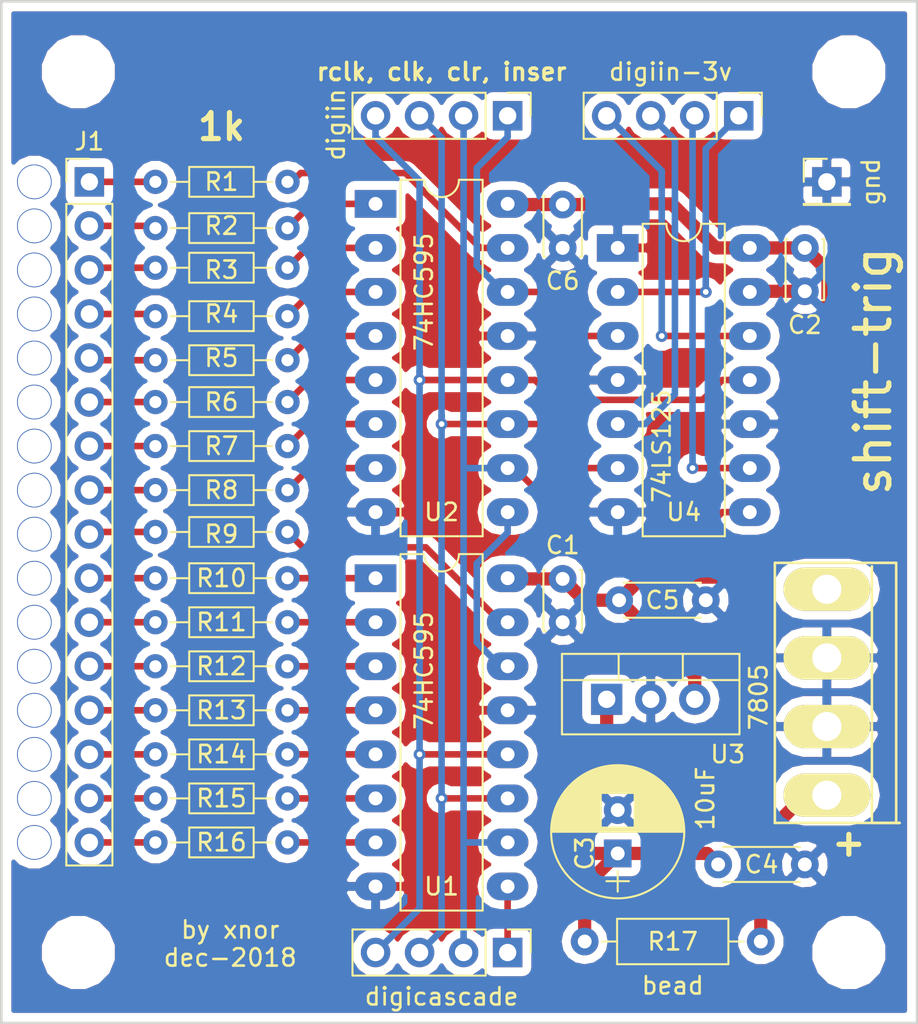
<source format=kicad_pcb>
(kicad_pcb (version 4) (host pcbnew 4.0.7-e2-6376~60~ubuntu17.10.1)
  (layers (0 F.Cu signal) (31 B.Cu signal) (34 B.Paste user) (35 F.Paste user) (36 B.SilkS user) (37 F.SilkS user) (38 B.Mask user) (39 F.Mask user) (44 Edge.Cuts user))
  (net 0 "")
  (net 1 GND)
  (net 2 5v)
  (net 3 "Net-(C3-Pad1)")
  (net 4 "Net-(J1-Pad1)")
  (net 5 "Net-(J1-Pad2)")
  (net 6 "Net-(J1-Pad3)")
  (net 7 "Net-(J1-Pad4)")
  (net 8 "Net-(J1-Pad5)")
  (net 9 "Net-(J1-Pad6)")
  (net 10 "Net-(J1-Pad7)")
  (net 11 "Net-(J1-Pad8)")
  (net 12 "Net-(J1-Pad9)")
  (net 13 "Net-(J1-Pad10)")
  (net 14 "Net-(J1-Pad11)")
  (net 15 "Net-(J1-Pad12)")
  (net 16 "Net-(J1-Pad13)")
  (net 17 "Net-(J1-Pad14)")
  (net 18 "Net-(J1-Pad15)")
  (net 19 "Net-(J1-Pad16)")
  (net 20 INSER)
  (net 21 CLK)
  (net 22 CLR)
  (net 23 RCLK)
  (net 24 OUTSER)
  (net 25 "Net-(P3-Pad1)")
  (net 26 "Net-(P3-Pad4)")
  (net 27 INSER-3v)
  (net 28 CLK-3v)
  (net 29 CLR-3v)
  (net 30 RCLK-3v)
  (net 31 trig0)
  (net 32 trig1)
  (net 33 trig2)
  (net 34 trig3)
  (net 35 trig4)
  (net 36 trig5)
  (net 37 trig6)
  (net 38 trig7)
  (net 39 trig8)
  (net 40 trig9)
  (net 41 trig10)
  (net 42 trig11)
  (net 43 trig12)
  (net 44 trig13)
  (net 45 trig14)
  (net 46 trig15)
  (net 47 "Net-(U1-Pad14)")
  (module Pin_Headers:Pin_Header_Straight_1x04_Pitch2.54mm (layer F.Cu) (at 92.71 127 270)
    (fp_text reference P2 hide)
    (fp_text value digicascade (at 2.54 3.81 360) (layer F.SilkS))
    (pad 1 thru_hole rect (at 0 0 270) (size 1.7 1.7) (drill 1) (layers *.Cu *.Mask) (net 24 OUTSER))
    (pad 2 thru_hole oval (at 0 2.54 270) (size 1.7 1.7) (drill 1) (layers *.Cu *.Mask) (net 22 CLR))
    (pad 3 thru_hole oval (at 0 5.08 270) (size 1.7 1.7) (drill 1) (layers *.Cu *.Mask) (net 21 CLK))
    (pad 4 thru_hole oval (at 0 7.62 270) (size 1.7 1.7) (drill 1) (layers *.Cu *.Mask) (net 23 RCLK))
  )
  (module Capacitors_THT:CP_Radial_D7.5mm_P2.50mm (layer F.Cu) (at 99.06 121.285 90)
    (fp_text reference C3 (at 0 -1.905 90) (layer F.SilkS))
    (fp_text value 10uF (at 3.175 5.06 90) (layer F.SilkS))
    (pad 1 thru_hole rect (at 0 0 90) (size 1.6 1.6) (drill 0.8) (layers *.Cu *.Mask) (net 3 "Net-(C3-Pad1)"))
    (pad 2 thru_hole circle (at 2.5 0 90) (size 1.6 1.6) (drill 0.8) (layers *.Cu *.Mask) (net 1 GND))
  )
  (module Capacitors_THT:C_Disc_D3.4mm_W2.1mm_P2.50mm (layer F.Cu) (at 95.885 86.36 90)
    (fp_text reference C6 (at -1.905 0 180) (layer F.SilkS))
    (fp_text value 100n)
    (pad 1 thru_hole circle (at 0 0 90) (size 1.6 1.6) (drill 0.8) (layers *.Cu *.Mask) (net 1 GND))
    (pad 2 thru_hole circle (at 2.5 0 90) (size 1.6 1.6) (drill 0.8) (layers *.Cu *.Mask) (net 2 5v))
  )
  (module Pin_Headers:Pin_Header_Straight_1x16_Pitch2.54mm (layer F.Cu) (at 68.58 82.55)
    (fp_text reference J1 (at 0 -2.33) (layer F.SilkS))
    (fp_text value output)
    (pad 1 thru_hole rect (at 0 0) (size 1.7 1.7) (drill 1) (layers *.Cu *.Mask) (net 4 "Net-(J1-Pad1)"))
    (pad 2 thru_hole oval (at 0 2.54) (size 1.7 1.7) (drill 1) (layers *.Cu *.Mask) (net 5 "Net-(J1-Pad2)"))
    (pad 3 thru_hole oval (at 0 5.08) (size 1.7 1.7) (drill 1) (layers *.Cu *.Mask) (net 6 "Net-(J1-Pad3)"))
    (pad 4 thru_hole oval (at 0 7.62) (size 1.7 1.7) (drill 1) (layers *.Cu *.Mask) (net 7 "Net-(J1-Pad4)"))
    (pad 5 thru_hole oval (at 0 10.16) (size 1.7 1.7) (drill 1) (layers *.Cu *.Mask) (net 8 "Net-(J1-Pad5)"))
    (pad 6 thru_hole oval (at 0 12.7) (size 1.7 1.7) (drill 1) (layers *.Cu *.Mask) (net 9 "Net-(J1-Pad6)"))
    (pad 7 thru_hole oval (at 0 15.24) (size 1.7 1.7) (drill 1) (layers *.Cu *.Mask) (net 10 "Net-(J1-Pad7)"))
    (pad 8 thru_hole oval (at 0 17.78) (size 1.7 1.7) (drill 1) (layers *.Cu *.Mask) (net 11 "Net-(J1-Pad8)"))
    (pad 9 thru_hole oval (at 0 20.32) (size 1.7 1.7) (drill 1) (layers *.Cu *.Mask) (net 12 "Net-(J1-Pad9)"))
    (pad 10 thru_hole oval (at 0 22.86) (size 1.7 1.7) (drill 1) (layers *.Cu *.Mask) (net 13 "Net-(J1-Pad10)"))
    (pad 11 thru_hole oval (at 0 25.4) (size 1.7 1.7) (drill 1) (layers *.Cu *.Mask) (net 14 "Net-(J1-Pad11)"))
    (pad 12 thru_hole oval (at 0 27.94) (size 1.7 1.7) (drill 1) (layers *.Cu *.Mask) (net 15 "Net-(J1-Pad12)"))
    (pad 13 thru_hole oval (at 0 30.48) (size 1.7 1.7) (drill 1) (layers *.Cu *.Mask) (net 16 "Net-(J1-Pad13)"))
    (pad 14 thru_hole oval (at 0 33.02) (size 1.7 1.7) (drill 1) (layers *.Cu *.Mask) (net 17 "Net-(J1-Pad14)"))
    (pad 15 thru_hole oval (at 0 35.56) (size 1.7 1.7) (drill 1) (layers *.Cu *.Mask) (net 18 "Net-(J1-Pad15)"))
    (pad 16 thru_hole oval (at 0 38.1) (size 1.7 1.7) (drill 1) (layers *.Cu *.Mask) (net 19 "Net-(J1-Pad16)"))
  )
  (module Pin_Headers:Pin_Header_Straight_1x04_Pitch2.54mm (layer F.Cu) (at 92.71 78.74 270)
    (fp_text reference IN-5v hide)
    (fp_text value digiin (at 0.508 9.906 270) (layer F.SilkS))
    (pad 1 thru_hole rect (at 0 0 270) (size 1.7 1.7) (drill 1) (layers *.Cu *.Mask) (net 20 INSER))
    (pad 2 thru_hole oval (at 0 2.54 270) (size 1.7 1.7) (drill 1) (layers *.Cu *.Mask) (net 22 CLR))
    (pad 3 thru_hole oval (at 0 5.08 270) (size 1.7 1.7) (drill 1) (layers *.Cu *.Mask) (net 21 CLK))
    (pad 4 thru_hole oval (at 0 7.62 270) (size 1.7 1.7) (drill 1) (layers *.Cu *.Mask) (net 23 RCLK))
  )
  (module mta-156:MTA-156-4 (layer F.Cu) (at 111.125 117.925 180)
    (fp_text reference P3 hide)
    (fp_text value MTA-156-4)
    (pad 1 thru_hole oval (at 0 0 180) (size 5 2.5) (drill 1.68) (layers *.Cu *.Mask F.SilkS) (net 25 "Net-(P3-Pad1)"))
    (pad 2 thru_hole oval (at 0 3.96 180) (size 5 2.5) (drill 1.68) (layers *.Cu *.Mask F.SilkS) (net 1 GND))
    (pad 3 thru_hole oval (at 0 7.92 180) (size 5 2.5) (drill 1.68) (layers *.Cu *.Mask F.SilkS) (net 1 GND))
    (pad 4 thru_hole oval (at 0 11.88 180) (size 5 2.5) (drill 1.68) (layers *.Cu *.Mask F.SilkS) (net 26 "Net-(P3-Pad4)"))
  )
  (module Pin_Headers:Pin_Header_Straight_1x04_Pitch2.54mm (layer F.Cu) (at 106.045 78.74 270)
    (fp_text reference IN-3v hide)
    (fp_text value digiin-3v (at -2.54 3.937 360) (layer F.SilkS))
    (pad 1 thru_hole rect (at 0 0 270) (size 1.7 1.7) (drill 1) (layers *.Cu *.Mask) (net 27 INSER-3v))
    (pad 2 thru_hole oval (at 0 2.54 270) (size 1.7 1.7) (drill 1) (layers *.Cu *.Mask) (net 29 CLR-3v))
    (pad 3 thru_hole oval (at 0 5.08 270) (size 1.7 1.7) (drill 1) (layers *.Cu *.Mask) (net 28 CLK-3v))
    (pad 4 thru_hole oval (at 0 7.62 270) (size 1.7 1.7) (drill 1) (layers *.Cu *.Mask) (net 30 RCLK-3v))
  )
  (module Resistors_THT:R_Axial_DIN0204_L3.6mm_D1.6mm_P7.62mm_Horizontal (layer F.Cu) (at 72.39 82.55)
    (fp_text reference R1 (at 3.81 0) (layer F.SilkS))
    (fp_text value 1k)
    (pad 1 thru_hole circle (at 0 0) (size 1.4 1.4) (drill 0.7) (layers *.Cu *.Mask) (net 4 "Net-(J1-Pad1)"))
    (pad 2 thru_hole oval (at 7.62 0) (size 1.4 1.4) (drill 0.7) (layers *.Cu *.Mask) (net 31 trig0))
  )
  (module Resistors_THT:R_Axial_DIN0204_L3.6mm_D1.6mm_P7.62mm_Horizontal (layer F.Cu) (at 72.39 85.217)
    (fp_text reference R2 (at 3.81 -0.127) (layer F.SilkS))
    (fp_text value 1k)
    (pad 1 thru_hole circle (at 0 0) (size 1.4 1.4) (drill 0.7) (layers *.Cu *.Mask) (net 5 "Net-(J1-Pad2)"))
    (pad 2 thru_hole oval (at 7.62 0) (size 1.4 1.4) (drill 0.7) (layers *.Cu *.Mask) (net 32 trig1))
  )
  (module Resistors_THT:R_Axial_DIN0204_L3.6mm_D1.6mm_P7.62mm_Horizontal (layer F.Cu) (at 72.39 87.503)
    (fp_text reference R3 (at 3.81 0.127) (layer F.SilkS))
    (fp_text value 1k)
    (pad 1 thru_hole circle (at 0 0) (size 1.4 1.4) (drill 0.7) (layers *.Cu *.Mask) (net 6 "Net-(J1-Pad3)"))
    (pad 2 thru_hole oval (at 7.62 0) (size 1.4 1.4) (drill 0.7) (layers *.Cu *.Mask) (net 33 trig2))
  )
  (module Resistors_THT:R_Axial_DIN0204_L3.6mm_D1.6mm_P7.62mm_Horizontal (layer F.Cu) (at 72.39 90.297)
    (fp_text reference R4 (at 3.81 -0.127) (layer F.SilkS))
    (fp_text value 1k)
    (pad 1 thru_hole circle (at 0 0) (size 1.4 1.4) (drill 0.7) (layers *.Cu *.Mask) (net 7 "Net-(J1-Pad4)"))
    (pad 2 thru_hole oval (at 7.62 0) (size 1.4 1.4) (drill 0.7) (layers *.Cu *.Mask) (net 34 trig3))
  )
  (module Resistors_THT:R_Axial_DIN0204_L3.6mm_D1.6mm_P7.62mm_Horizontal (layer F.Cu) (at 72.39 92.837)
    (fp_text reference R5 (at 3.81 -0.127) (layer F.SilkS))
    (fp_text value 1k)
    (pad 1 thru_hole circle (at 0 0) (size 1.4 1.4) (drill 0.7) (layers *.Cu *.Mask) (net 8 "Net-(J1-Pad5)"))
    (pad 2 thru_hole oval (at 7.62 0) (size 1.4 1.4) (drill 0.7) (layers *.Cu *.Mask) (net 35 trig4))
  )
  (module Resistors_THT:R_Axial_DIN0204_L3.6mm_D1.6mm_P7.62mm_Horizontal (layer F.Cu) (at 72.39 95.25)
    (fp_text reference R6 (at 3.81 0) (layer F.SilkS))
    (fp_text value 1k)
    (pad 1 thru_hole circle (at 0 0) (size 1.4 1.4) (drill 0.7) (layers *.Cu *.Mask) (net 9 "Net-(J1-Pad6)"))
    (pad 2 thru_hole oval (at 7.62 0) (size 1.4 1.4) (drill 0.7) (layers *.Cu *.Mask) (net 36 trig5))
  )
  (module Resistors_THT:R_Axial_DIN0204_L3.6mm_D1.6mm_P7.62mm_Horizontal (layer F.Cu) (at 72.39 97.79)
    (fp_text reference R7 (at 3.81 0) (layer F.SilkS))
    (fp_text value 1k)
    (pad 1 thru_hole circle (at 0 0) (size 1.4 1.4) (drill 0.7) (layers *.Cu *.Mask) (net 10 "Net-(J1-Pad7)"))
    (pad 2 thru_hole oval (at 7.62 0) (size 1.4 1.4) (drill 0.7) (layers *.Cu *.Mask) (net 37 trig6))
  )
  (module Resistors_THT:R_Axial_DIN0204_L3.6mm_D1.6mm_P7.62mm_Horizontal (layer F.Cu) (at 72.39 100.33)
    (fp_text reference R8 (at 3.81 0) (layer F.SilkS))
    (fp_text value 1k)
    (pad 1 thru_hole circle (at 0 0) (size 1.4 1.4) (drill 0.7) (layers *.Cu *.Mask) (net 11 "Net-(J1-Pad8)"))
    (pad 2 thru_hole oval (at 7.62 0) (size 1.4 1.4) (drill 0.7) (layers *.Cu *.Mask) (net 38 trig7))
  )
  (module Resistors_THT:R_Axial_DIN0204_L3.6mm_D1.6mm_P7.62mm_Horizontal (layer F.Cu) (at 72.39 102.743)
    (fp_text reference R9 (at 3.81 0.127) (layer F.SilkS))
    (fp_text value 1k)
    (pad 1 thru_hole circle (at 0 0) (size 1.4 1.4) (drill 0.7) (layers *.Cu *.Mask) (net 12 "Net-(J1-Pad9)"))
    (pad 2 thru_hole oval (at 7.62 0) (size 1.4 1.4) (drill 0.7) (layers *.Cu *.Mask) (net 39 trig8))
  )
  (module Resistors_THT:R_Axial_DIN0204_L3.6mm_D1.6mm_P7.62mm_Horizontal (layer F.Cu) (at 72.39 105.41)
    (fp_text reference R10 (at 3.81 0) (layer F.SilkS))
    (fp_text value 1k)
    (pad 1 thru_hole circle (at 0 0) (size 1.4 1.4) (drill 0.7) (layers *.Cu *.Mask) (net 13 "Net-(J1-Pad10)"))
    (pad 2 thru_hole oval (at 7.62 0) (size 1.4 1.4) (drill 0.7) (layers *.Cu *.Mask) (net 40 trig9))
  )
  (module Resistors_THT:R_Axial_DIN0204_L3.6mm_D1.6mm_P7.62mm_Horizontal (layer F.Cu) (at 72.39 107.95)
    (fp_text reference R11 (at 3.81 0) (layer F.SilkS))
    (fp_text value 1k)
    (pad 1 thru_hole circle (at 0 0) (size 1.4 1.4) (drill 0.7) (layers *.Cu *.Mask) (net 14 "Net-(J1-Pad11)"))
    (pad 2 thru_hole oval (at 7.62 0) (size 1.4 1.4) (drill 0.7) (layers *.Cu *.Mask) (net 41 trig10))
  )
  (module Resistors_THT:R_Axial_DIN0204_L3.6mm_D1.6mm_P7.62mm_Horizontal (layer F.Cu) (at 72.39 110.49)
    (fp_text reference R12 (at 3.81 0) (layer F.SilkS))
    (fp_text value 1k)
    (pad 1 thru_hole circle (at 0 0) (size 1.4 1.4) (drill 0.7) (layers *.Cu *.Mask) (net 15 "Net-(J1-Pad12)"))
    (pad 2 thru_hole oval (at 7.62 0) (size 1.4 1.4) (drill 0.7) (layers *.Cu *.Mask) (net 42 trig11))
  )
  (module Resistors_THT:R_Axial_DIN0204_L3.6mm_D1.6mm_P7.62mm_Horizontal (layer F.Cu) (at 72.39 113.03)
    (fp_text reference R13 (at 3.81 0) (layer F.SilkS))
    (fp_text value 1k)
    (pad 1 thru_hole circle (at 0 0) (size 1.4 1.4) (drill 0.7) (layers *.Cu *.Mask) (net 16 "Net-(J1-Pad13)"))
    (pad 2 thru_hole oval (at 7.62 0) (size 1.4 1.4) (drill 0.7) (layers *.Cu *.Mask) (net 43 trig12))
  )
  (module Resistors_THT:R_Axial_DIN0204_L3.6mm_D1.6mm_P7.62mm_Horizontal (layer F.Cu) (at 72.39 115.57)
    (fp_text reference R14 (at 3.81 0) (layer F.SilkS))
    (fp_text value 1k)
    (pad 1 thru_hole circle (at 0 0) (size 1.4 1.4) (drill 0.7) (layers *.Cu *.Mask) (net 17 "Net-(J1-Pad14)"))
    (pad 2 thru_hole oval (at 7.62 0) (size 1.4 1.4) (drill 0.7) (layers *.Cu *.Mask) (net 44 trig13))
  )
  (module Resistors_THT:R_Axial_DIN0204_L3.6mm_D1.6mm_P7.62mm_Horizontal (layer F.Cu) (at 72.39 118.11)
    (fp_text reference R15 (at 3.81 0) (layer F.SilkS))
    (fp_text value 1k)
    (pad 1 thru_hole circle (at 0 0) (size 1.4 1.4) (drill 0.7) (layers *.Cu *.Mask) (net 18 "Net-(J1-Pad15)"))
    (pad 2 thru_hole oval (at 7.62 0) (size 1.4 1.4) (drill 0.7) (layers *.Cu *.Mask) (net 45 trig14))
  )
  (module Resistors_THT:R_Axial_DIN0204_L3.6mm_D1.6mm_P7.62mm_Horizontal (layer F.Cu) (at 72.39 120.65)
    (fp_text reference R16 (at 3.81 0) (layer F.SilkS))
    (fp_text value 1k)
    (pad 1 thru_hole circle (at 0 0) (size 1.4 1.4) (drill 0.7) (layers *.Cu *.Mask) (net 19 "Net-(J1-Pad16)"))
    (pad 2 thru_hole oval (at 7.62 0) (size 1.4 1.4) (drill 0.7) (layers *.Cu *.Mask) (net 46 trig15))
  )
  (module Resistors_THT:R_Axial_DIN0207_L6.3mm_D2.5mm_P10.16mm_Horizontal (layer F.Cu) (at 107.315 126.365 180)
    (fp_text reference R17 (at 5.08 0 180) (layer F.SilkS))
    (fp_text value bead (at 5.08 -2.54 180) (layer F.SilkS))
    (pad 1 thru_hole circle (at 0 0 180) (size 1.6 1.6) (drill 0.8) (layers *.Cu *.Mask) (net 25 "Net-(P3-Pad1)"))
    (pad 2 thru_hole oval (at 10.16 0 180) (size 1.6 1.6) (drill 0.8) (layers *.Cu *.Mask) (net 3 "Net-(C3-Pad1)"))
  )
  (module Housings_DIP:DIP-16_W7.62mm_LongPads (layer F.Cu) (at 85.09 105.41)
    (fp_text reference U1 (at 3.81 17.78) (layer F.SilkS))
    (fp_text value 74HC595 (at 2.794 5.334 90) (layer F.SilkS))
    (pad 1 thru_hole rect (at 0 0) (size 2.4 1.6) (drill 0.8) (layers *.Cu *.Mask) (net 40 trig9))
    (pad 9 thru_hole oval (at 7.62 17.78) (size 2.4 1.6) (drill 0.8) (layers *.Cu *.Mask) (net 24 OUTSER))
    (pad 2 thru_hole oval (at 0 2.54) (size 2.4 1.6) (drill 0.8) (layers *.Cu *.Mask) (net 41 trig10))
    (pad 10 thru_hole oval (at 7.62 15.24) (size 2.4 1.6) (drill 0.8) (layers *.Cu *.Mask) (net 22 CLR))
    (pad 3 thru_hole oval (at 0 5.08) (size 2.4 1.6) (drill 0.8) (layers *.Cu *.Mask) (net 42 trig11))
    (pad 11 thru_hole oval (at 7.62 12.7) (size 2.4 1.6) (drill 0.8) (layers *.Cu *.Mask) (net 21 CLK))
    (pad 4 thru_hole oval (at 0 7.62) (size 2.4 1.6) (drill 0.8) (layers *.Cu *.Mask) (net 43 trig12))
    (pad 12 thru_hole oval (at 7.62 10.16) (size 2.4 1.6) (drill 0.8) (layers *.Cu *.Mask) (net 23 RCLK))
    (pad 5 thru_hole oval (at 0 10.16) (size 2.4 1.6) (drill 0.8) (layers *.Cu *.Mask) (net 44 trig13))
    (pad 13 thru_hole oval (at 7.62 7.62) (size 2.4 1.6) (drill 0.8) (layers *.Cu *.Mask) (net 1 GND))
    (pad 6 thru_hole oval (at 0 12.7) (size 2.4 1.6) (drill 0.8) (layers *.Cu *.Mask) (net 45 trig14))
    (pad 14 thru_hole oval (at 7.62 5.08) (size 2.4 1.6) (drill 0.8) (layers *.Cu *.Mask) (net 47 "Net-(U1-Pad14)"))
    (pad 7 thru_hole oval (at 0 15.24) (size 2.4 1.6) (drill 0.8) (layers *.Cu *.Mask) (net 46 trig15))
    (pad 15 thru_hole oval (at 7.62 2.54) (size 2.4 1.6) (drill 0.8) (layers *.Cu *.Mask) (net 39 trig8))
    (pad 8 thru_hole oval (at 0 17.78) (size 2.4 1.6) (drill 0.8) (layers *.Cu *.Mask) (net 1 GND))
    (pad 16 thru_hole oval (at 7.62 0) (size 2.4 1.6) (drill 0.8) (layers *.Cu *.Mask) (net 2 5v))
  )
  (module Housings_DIP:DIP-16_W7.62mm_LongPads (layer F.Cu) (at 85.09 83.82)
    (fp_text reference U2 (at 3.81 17.78) (layer F.SilkS))
    (fp_text value 74HC595 (at 2.794 5.08 90) (layer F.SilkS))
    (pad 1 thru_hole rect (at 0 0) (size 2.4 1.6) (drill 0.8) (layers *.Cu *.Mask) (net 32 trig1))
    (pad 9 thru_hole oval (at 7.62 17.78) (size 2.4 1.6) (drill 0.8) (layers *.Cu *.Mask) (net 47 "Net-(U1-Pad14)"))
    (pad 2 thru_hole oval (at 0 2.54) (size 2.4 1.6) (drill 0.8) (layers *.Cu *.Mask) (net 33 trig2))
    (pad 10 thru_hole oval (at 7.62 15.24) (size 2.4 1.6) (drill 0.8) (layers *.Cu *.Mask) (net 22 CLR))
    (pad 3 thru_hole oval (at 0 5.08) (size 2.4 1.6) (drill 0.8) (layers *.Cu *.Mask) (net 34 trig3))
    (pad 11 thru_hole oval (at 7.62 12.7) (size 2.4 1.6) (drill 0.8) (layers *.Cu *.Mask) (net 21 CLK))
    (pad 4 thru_hole oval (at 0 7.62) (size 2.4 1.6) (drill 0.8) (layers *.Cu *.Mask) (net 35 trig4))
    (pad 12 thru_hole oval (at 7.62 10.16) (size 2.4 1.6) (drill 0.8) (layers *.Cu *.Mask) (net 23 RCLK))
    (pad 5 thru_hole oval (at 0 10.16) (size 2.4 1.6) (drill 0.8) (layers *.Cu *.Mask) (net 36 trig5))
    (pad 13 thru_hole oval (at 7.62 7.62) (size 2.4 1.6) (drill 0.8) (layers *.Cu *.Mask) (net 1 GND))
    (pad 6 thru_hole oval (at 0 12.7) (size 2.4 1.6) (drill 0.8) (layers *.Cu *.Mask) (net 37 trig6))
    (pad 14 thru_hole oval (at 7.62 5.08) (size 2.4 1.6) (drill 0.8) (layers *.Cu *.Mask) (net 20 INSER))
    (pad 7 thru_hole oval (at 0 15.24) (size 2.4 1.6) (drill 0.8) (layers *.Cu *.Mask) (net 38 trig7))
    (pad 15 thru_hole oval (at 7.62 2.54) (size 2.4 1.6) (drill 0.8) (layers *.Cu *.Mask) (net 31 trig0))
    (pad 8 thru_hole oval (at 0 17.78) (size 2.4 1.6) (drill 0.8) (layers *.Cu *.Mask) (net 1 GND))
    (pad 16 thru_hole oval (at 7.62 0) (size 2.4 1.6) (drill 0.8) (layers *.Cu *.Mask) (net 2 5v))
  )
  (module TO_SOT_Packages_THT:TO-220_Vertical (layer F.Cu) (at 98.425 112.395)
    (fp_text reference U3 (at 6.985 3.175) (layer F.SilkS))
    (fp_text value 7805 (at 8.763 -0.127 90) (layer F.SilkS))
    (pad 1 thru_hole rect (at 0 0) (size 1.8 1.8) (drill 1) (layers *.Cu *.Mask) (net 3 "Net-(C3-Pad1)"))
    (pad 2 thru_hole oval (at 2.54 0) (size 1.8 1.8) (drill 1) (layers *.Cu *.Mask) (net 1 GND))
    (pad 3 thru_hole oval (at 5.08 0) (size 1.8 1.8) (drill 1) (layers *.Cu *.Mask) (net 2 5v))
  )
  (module Housings_DIP:DIP-14_W7.62mm_LongPads (layer F.Cu) (at 99.06 86.36)
    (fp_text reference U4 (at 3.81 15.24) (layer F.SilkS))
    (fp_text value 74LS125 (at 2.54 11.43 90) (layer F.SilkS))
    (pad 1 thru_hole rect (at 0 0) (size 2.4 1.6) (drill 0.8) (layers *.Cu *.Mask) (net 1 GND))
    (pad 8 thru_hole oval (at 7.62 15.24) (size 2.4 1.6) (drill 0.8) (layers *.Cu *.Mask) (net 22 CLR))
    (pad 2 thru_hole oval (at 0 2.54) (size 2.4 1.6) (drill 0.8) (layers *.Cu *.Mask) (net 27 INSER-3v))
    (pad 9 thru_hole oval (at 7.62 12.7) (size 2.4 1.6) (drill 0.8) (layers *.Cu *.Mask) (net 29 CLR-3v))
    (pad 3 thru_hole oval (at 0 5.08) (size 2.4 1.6) (drill 0.8) (layers *.Cu *.Mask) (net 20 INSER))
    (pad 10 thru_hole oval (at 7.62 10.16) (size 2.4 1.6) (drill 0.8) (layers *.Cu *.Mask) (net 1 GND))
    (pad 4 thru_hole oval (at 0 7.62) (size 2.4 1.6) (drill 0.8) (layers *.Cu *.Mask) (net 1 GND))
    (pad 11 thru_hole oval (at 7.62 7.62) (size 2.4 1.6) (drill 0.8) (layers *.Cu *.Mask) (net 23 RCLK))
    (pad 5 thru_hole oval (at 0 10.16) (size 2.4 1.6) (drill 0.8) (layers *.Cu *.Mask) (net 28 CLK-3v))
    (pad 12 thru_hole oval (at 7.62 5.08) (size 2.4 1.6) (drill 0.8) (layers *.Cu *.Mask) (net 30 RCLK-3v))
    (pad 6 thru_hole oval (at 0 12.7) (size 2.4 1.6) (drill 0.8) (layers *.Cu *.Mask) (net 21 CLK))
    (pad 13 thru_hole oval (at 7.62 2.54) (size 2.4 1.6) (drill 0.8) (layers *.Cu *.Mask) (net 1 GND))
    (pad 7 thru_hole oval (at 0 15.24) (size 2.4 1.6) (drill 0.8) (layers *.Cu *.Mask) (net 1 GND))
    (pad 14 thru_hole oval (at 7.62 0) (size 2.4 1.6) (drill 0.8) (layers *.Cu *.Mask) (net 2 5v))
  )
  (module Pin_Headers:Pin_Header_Straight_1x01_Pitch2.54mm (layer F.Cu) (at 111.125 82.55)
    (fp_text reference GND hide)
    (fp_text value gnd (at 2.54 0 90) (layer F.SilkS))
    (pad 1 thru_hole rect (at 0 0) (size 1.7 1.7) (drill 1) (layers *.Cu *.Mask) (net 1 GND))
  )
  (module Capacitors_THT:C_Disc_D3.4mm_W2.1mm_P2.50mm (layer F.Cu) (at 95.885 107.95 90)
    (fp_text reference C1 (at 4.445 0 180) (layer F.SilkS))
    (fp_text value 100n)
    (pad 1 thru_hole circle (at 0 0 90) (size 1.6 1.6) (drill 0.8) (layers *.Cu *.Mask) (net 1 GND))
    (pad 2 thru_hole circle (at 2.5 0 90) (size 1.6 1.6) (drill 0.8) (layers *.Cu *.Mask) (net 2 5v))
  )
  (module Capacitors_THT:C_Disc_D3.4mm_W2.1mm_P2.50mm (layer F.Cu) (at 109.855 88.86 90)
    (fp_text reference C2 (at -1.945 0 180) (layer F.SilkS))
    (fp_text value 100n)
    (pad 1 thru_hole circle (at 0 0 90) (size 1.6 1.6) (drill 0.8) (layers *.Cu *.Mask) (net 1 GND))
    (pad 2 thru_hole circle (at 2.5 0 90) (size 1.6 1.6) (drill 0.8) (layers *.Cu *.Mask) (net 2 5v))
  )
  (module Capacitors_THT:C_Disc_D4.3mm_W1.9mm_P5.00mm (layer F.Cu) (at 104.855 121.92)
    (fp_text reference C4 (at 2.5 0) (layer F.SilkS))
    (fp_text value 100n)
    (pad 1 thru_hole circle (at 0 0) (size 1.6 1.6) (drill 0.8) (layers *.Cu *.Mask) (net 3 "Net-(C3-Pad1)"))
    (pad 2 thru_hole circle (at 5 0) (size 1.6 1.6) (drill 0.8) (layers *.Cu *.Mask) (net 1 GND))
  )
  (module Capacitors_THT:C_Disc_D4.3mm_W1.9mm_P5.00mm (layer F.Cu) (at 99.14 106.68)
    (fp_text reference C5 (at 2.5 0) (layer F.SilkS))
    (fp_text value 100n)
    (pad 1 thru_hole circle (at 0 0) (size 1.6 1.6) (drill 0.8) (layers *.Cu *.Mask) (net 2 5v))
    (pad 2 thru_hole circle (at 5 0) (size 1.6 1.6) (drill 0.8) (layers *.Cu *.Mask) (net 1 GND))
  )
  (module Mounting_Holes:MountingHole_3.2mm_M3 (layer F.Cu) (at 67.945 76.2)
    (fp_text reference REF1 hide)
    (fp_text value MountingHole_3.2mm_M3)
    (pad 1 np_thru_hole circle (at 0 0) (size 3.2 3.2) (drill 3.2) (layers *.Cu *.Mask))
  )
  (module Mounting_Holes:MountingHole_3.2mm_M3 (layer F.Cu) (at 112.395 76.2)
    (fp_text reference REF2 hide)
    (fp_text value MountingHole_3.2mm_M3 hide)
    (pad 1 np_thru_hole circle (at 0 0) (size 3.2 3.2) (drill 3.2) (layers *.Cu *.Mask))
  )
  (module Mounting_Holes:MountingHole_3.2mm_M3 (layer F.Cu) (at 67.945 127)
    (fp_text reference REF4 hide)
    (fp_text value MountingHole_3.2mm_M3)
    (pad 1 np_thru_hole circle (at 0 0) (size 3.2 3.2) (drill 3.2) (layers *.Cu *.Mask))
  )
  (module Mounting_Holes:MountingHole_3.2mm_M3 (layer F.Cu) (at 112.395 127)
    (fp_text reference REF3 hide)
    (fp_text value MountingHole_3.2mm_M3)
    (pad 1 np_thru_hole circle (at 0 0) (size 3.2 3.2) (drill 3.2) (layers *.Cu *.Mask))
  )
  (module xnorman:wire-strain-relief-hole (layer F.Cu) (at 65.405 82.55)
    (fp_text reference REF** hide)
    (fp_text value srh hide)
    (pad "" np_thru_hole circle (at 0 0) (size 2 2) (drill 1.9) (layers *.Cu *.Mask))
  )
  (module xnorman:wire-strain-relief-hole (layer F.Cu) (at 65.405 85.09)
    (fp_text reference REF** hide)
    (fp_text value srh hide)
    (pad "" np_thru_hole circle (at 0 0) (size 2 2) (drill 1.9) (layers *.Cu *.Mask))
  )
  (module xnorman:wire-strain-relief-hole (layer F.Cu) (at 65.405 87.63)
    (fp_text reference REF** hide)
    (fp_text value srh hide)
    (pad "" np_thru_hole circle (at 0 0) (size 2 2) (drill 1.9) (layers *.Cu *.Mask))
  )
  (module xnorman:wire-strain-relief-hole (layer F.Cu) (at 65.405 90.17)
    (fp_text reference REF** hide)
    (fp_text value srh hide)
    (pad "" np_thru_hole circle (at 0 0) (size 2 2) (drill 1.9) (layers *.Cu *.Mask))
  )
  (module xnorman:wire-strain-relief-hole (layer F.Cu) (at 65.405 92.71)
    (fp_text reference REF** hide)
    (fp_text value srh hide)
    (pad "" np_thru_hole circle (at 0 0) (size 2 2) (drill 1.9) (layers *.Cu *.Mask))
  )
  (module xnorman:wire-strain-relief-hole (layer F.Cu) (at 65.405 95.25)
    (fp_text reference REF** hide)
    (fp_text value srh hide)
    (pad "" np_thru_hole circle (at 0 0) (size 2 2) (drill 1.9) (layers *.Cu *.Mask))
  )
  (module xnorman:wire-strain-relief-hole (layer F.Cu) (at 65.405 97.79)
    (fp_text reference REF** hide)
    (fp_text value srh hide)
    (pad "" np_thru_hole circle (at 0 0) (size 2 2) (drill 1.9) (layers *.Cu *.Mask))
  )
  (module xnorman:wire-strain-relief-hole (layer F.Cu) (at 65.405 100.33)
    (fp_text reference REF** hide)
    (fp_text value srh hide)
    (pad "" np_thru_hole circle (at 0 0) (size 2 2) (drill 1.9) (layers *.Cu *.Mask))
  )
  (module xnorman:wire-strain-relief-hole (layer F.Cu) (at 65.405 102.87)
    (fp_text reference REF** hide)
    (fp_text value srh hide)
    (pad "" np_thru_hole circle (at 0 0) (size 2 2) (drill 1.9) (layers *.Cu *.Mask))
  )
  (module xnorman:wire-strain-relief-hole (layer F.Cu) (at 65.405 105.41)
    (fp_text reference REF** hide)
    (fp_text value srh hide)
    (pad "" np_thru_hole circle (at 0 0) (size 2 2) (drill 1.9) (layers *.Cu *.Mask))
  )
  (module xnorman:wire-strain-relief-hole (layer F.Cu) (at 65.405 107.95)
    (fp_text reference REF** hide)
    (fp_text value srh hide)
    (pad "" np_thru_hole circle (at 0 0) (size 2 2) (drill 1.9) (layers *.Cu *.Mask))
  )
  (module xnorman:wire-strain-relief-hole (layer F.Cu) (at 65.405 110.49)
    (fp_text reference REF** hide)
    (fp_text value srh hide)
    (pad "" np_thru_hole circle (at 0 0) (size 2 2) (drill 1.9) (layers *.Cu *.Mask))
  )
  (module xnorman:wire-strain-relief-hole (layer F.Cu) (at 65.405 113.03)
    (fp_text reference REF** hide)
    (fp_text value srh hide)
    (pad "" np_thru_hole circle (at 0 0) (size 2 2) (drill 1.9) (layers *.Cu *.Mask))
  )
  (module xnorman:wire-strain-relief-hole (layer F.Cu) (at 65.405 115.57)
    (fp_text reference REF** hide)
    (fp_text value srh hide)
    (pad "" np_thru_hole circle (at 0 0) (size 2 2) (drill 1.9) (layers *.Cu *.Mask))
  )
  (module xnorman:wire-strain-relief-hole (layer F.Cu) (at 65.405 118.11)
    (fp_text reference REF** hide)
    (fp_text value srh hide)
    (pad "" np_thru_hole circle (at 0 0) (size 2 2) (drill 1.9) (layers *.Cu *.Mask))
  )
  (module xnorman:wire-strain-relief-hole (layer F.Cu) (at 65.405 120.65)
    (fp_text reference REF** hide)
    (fp_text value srh hide)
    (pad "" np_thru_hole circle (at 0 0) (size 2 2) (drill 1.9) (layers *.Cu *.Mask))
  )
  (gr_text "by xnor\ndec-2018" (at 76.708 126.492) (layer F.SilkS) (effects (font (size 1 1))))
  (gr_text shift-trig (at 113.792 93.472 90) (layer F.SilkS) (effects (font (size 2 2) (thickness 0.3))))
  (gr_line (start 116.332 131.064) (end 63.5 131.064) (layer Edge.Cuts) (width 0.15))
  (gr_line (start 116.332 72.136) (end 116.332 131.064) (layer Edge.Cuts) (width 0.15))
  (gr_line (start 63.5 72.136) (end 116.332 72.136) (layer Edge.Cuts) (width 0.15))
  (gr_line (start 63.5 131.064) (end 63.5 72.136) (layer Edge.Cuts) (width 0.15))
  (gr_text + (at 112.395 120.65) (layer F.SilkS) (effects (font (size 1.5 1.5) (thickness 0.3))))
  (gr_text "rclk, clk, clr, inser" (at 88.9 76.2) (layer F.SilkS) (effects (font (size 1 1) (thickness 0.2))))
  (gr_text 1k (at 76.2 79.375) (layer F.SilkS) (effects (font (size 1.5 1.5) (thickness 0.3))))
  (segment (start 109.855 88.86) (end 106.72 88.86) (width 0.762) (layer F.Cu) (net 1))
  (segment (start 106.72 88.86) (end 106.68 88.9) (width 0.762) (layer F.Cu) (net 1))
  (segment (start 111.188401 100.901599) (end 106.743401 105.346599) (width 0.762) (layer F.Cu) (net 2))
  (segment (start 100.473401 105.346599) (end 99.939999 105.880001) (width 0.762) (layer F.Cu) (net 2))
  (segment (start 106.743401 105.346599) (end 100.473401 105.346599) (width 0.762) (layer F.Cu) (net 2))
  (segment (start 99.939999 105.880001) (end 99.14 106.68) (width 0.762) (layer F.Cu) (net 2))
  (segment (start 109.855 86.36) (end 111.188401 87.693401) (width 0.762) (layer F.Cu) (net 2))
  (segment (start 111.188401 87.693401) (end 111.188401 100.901599) (width 0.762) (layer F.Cu) (net 2))
  (segment (start 97.05637 83.82) (end 102.178 83.82) (width 0.762) (layer F.Cu) (net 2))
  (segment (start 102.178 83.82) (end 104.718 86.36) (width 0.762) (layer F.Cu) (net 2))
  (segment (start 104.718 86.36) (end 106.68 86.36) (width 0.762) (layer F.Cu) (net 2))
  (segment (start 95.885 83.86) (end 97.01637 83.86) (width 0.762) (layer F.Cu) (net 2))
  (segment (start 97.01637 83.86) (end 97.05637 83.82) (width 0.762) (layer F.Cu) (net 2))
  (segment (start 109.855 86.36) (end 106.68 86.36) (width 0.762) (layer F.Cu) (net 2))
  (segment (start 95.885 83.86) (end 92.75 83.86) (width 0.762) (layer F.Cu) (net 2))
  (segment (start 92.75 83.86) (end 92.71 83.82) (width 0.762) (layer F.Cu) (net 2))
  (segment (start 95.885 105.45) (end 92.75 105.45) (width 0.762) (layer F.Cu) (net 2))
  (segment (start 92.75 105.45) (end 92.71 105.41) (width 0.762) (layer F.Cu) (net 2))
  (segment (start 99.14 106.68) (end 97.115 106.68) (width 0.762) (layer F.Cu) (net 2))
  (segment (start 97.115 106.68) (end 95.885 105.45) (width 0.762) (layer F.Cu) (net 2))
  (segment (start 103.505 112.395) (end 103.505 111.045) (width 0.762) (layer F.Cu) (net 2))
  (segment (start 103.505 111.045) (end 99.14 106.68) (width 0.762) (layer F.Cu) (net 2))
  (segment (start 96.52 120.307) (end 96.52 115.962) (width 0.762) (layer F.Cu) (net 3))
  (segment (start 96.52 115.962) (end 98.425 114.057) (width 0.762) (layer F.Cu) (net 3))
  (segment (start 98.425 114.057) (end 98.425 112.395) (width 0.762) (layer F.Cu) (net 3))
  (segment (start 99.06 121.285) (end 97.498 121.285) (width 0.762) (layer F.Cu) (net 3))
  (segment (start 97.498 121.285) (end 96.52 120.307) (width 0.762) (layer F.Cu) (net 3))
  (segment (start 99.06 121.285) (end 104.22 121.285) (width 0.762) (layer F.Cu) (net 3))
  (segment (start 104.22 121.285) (end 104.855 121.92) (width 0.762) (layer F.Cu) (net 3))
  (segment (start 97.155 126.365) (end 97.155 123.19) (width 0.762) (layer F.Cu) (net 3))
  (segment (start 97.155 123.19) (end 99.06 121.285) (width 0.762) (layer F.Cu) (net 3))
  (segment (start 72.39 82.55) (end 68.58 82.55) (width 0.381) (layer F.Cu) (net 4))
  (segment (start 68.58 85.09) (end 72.263 85.09) (width 0.381) (layer F.Cu) (net 5))
  (segment (start 72.263 85.09) (end 72.39 85.217) (width 0.381) (layer F.Cu) (net 5))
  (segment (start 72.39 87.503) (end 68.707 87.503) (width 0.381) (layer F.Cu) (net 6))
  (segment (start 68.707 87.503) (end 68.58 87.63) (width 0.381) (layer F.Cu) (net 6))
  (segment (start 68.58 90.17) (end 72.263 90.17) (width 0.381) (layer F.Cu) (net 7))
  (segment (start 72.263 90.17) (end 72.39 90.297) (width 0.381) (layer F.Cu) (net 7))
  (segment (start 72.39 92.837) (end 68.707 92.837) (width 0.381) (layer F.Cu) (net 8))
  (segment (start 68.707 92.837) (end 68.58 92.71) (width 0.381) (layer F.Cu) (net 8))
  (segment (start 68.58 95.25) (end 72.39 95.25) (width 0.381) (layer F.Cu) (net 9))
  (segment (start 72.39 97.79) (end 68.58 97.79) (width 0.381) (layer F.Cu) (net 10))
  (segment (start 72.39 100.33) (end 68.58 100.33) (width 0.381) (layer F.Cu) (net 11))
  (segment (start 72.39 102.743) (end 68.707 102.743) (width 0.381) (layer F.Cu) (net 12))
  (segment (start 68.707 102.743) (end 68.58 102.87) (width 0.381) (layer F.Cu) (net 12))
  (segment (start 68.58 105.41) (end 72.39 105.41) (width 0.381) (layer F.Cu) (net 13))
  (segment (start 72.39 107.95) (end 68.58 107.95) (width 0.381) (layer F.Cu) (net 14))
  (segment (start 68.58 110.49) (end 72.39 110.49) (width 0.381) (layer F.Cu) (net 15))
  (segment (start 72.39 113.03) (end 68.58 113.03) (width 0.381) (layer F.Cu) (net 16))
  (segment (start 68.58 115.57) (end 72.39 115.57) (width 0.381) (layer F.Cu) (net 17))
  (segment (start 72.39 118.11) (end 68.58 118.11) (width 0.381) (layer F.Cu) (net 18))
  (segment (start 68.58 120.65) (end 72.39 120.65) (width 0.381) (layer F.Cu) (net 19))
  (segment (start 92.71 88.9) (end 94.742 88.9) (width 0.381) (layer F.Cu) (net 20))
  (segment (start 94.742 88.9) (end 97.282 91.44) (width 0.381) (layer F.Cu) (net 20))
  (segment (start 97.282 91.44) (end 99.06 91.44) (width 0.381) (layer F.Cu) (net 20))
  (segment (start 92.71 88.9) (end 92.456 88.9) (width 0.381) (layer B.Cu) (net 20))
  (segment (start 92.456 88.9) (end 90.932 87.376) (width 0.381) (layer B.Cu) (net 20))
  (segment (start 90.932 87.376) (end 90.932 81.749) (width 0.381) (layer B.Cu) (net 20))
  (segment (start 90.932 81.749) (end 92.71 79.971) (width 0.381) (layer B.Cu) (net 20))
  (segment (start 92.71 79.971) (end 92.71 78.74) (width 0.381) (layer B.Cu) (net 20))
  (segment (start 88.9 96.012) (end 88.9 118.872) (width 0.381) (layer B.Cu) (net 21))
  (segment (start 88.9 118.872) (end 88.9 125.73) (width 0.381) (layer B.Cu) (net 21))
  (segment (start 88.9 118.11) (end 88.9 118.872) (width 0.381) (layer B.Cu) (net 21))
  (segment (start 88.9 80.01) (end 88.9 96.012) (width 0.381) (layer B.Cu) (net 21))
  (segment (start 88.9 96.52) (end 88.9 96.012) (width 0.381) (layer B.Cu) (net 21))
  (segment (start 99.06 99.06) (end 97.028 99.06) (width 0.381) (layer F.Cu) (net 21))
  (segment (start 97.028 99.06) (end 94.488 96.52) (width 0.381) (layer F.Cu) (net 21))
  (segment (start 94.488 96.52) (end 92.71 96.52) (width 0.381) (layer F.Cu) (net 21))
  (segment (start 92.71 118.11) (end 88.9 118.11) (width 0.381) (layer F.Cu) (net 21))
  (via (at 88.9 118.11) (size 0.6858) (drill 0.3302) (layers F.Cu B.Cu) (net 21))
  (segment (start 92.71 96.52) (end 88.9 96.52) (width 0.381) (layer F.Cu) (net 21))
  (via (at 88.9 96.52) (size 0.6858) (drill 0.3302) (layers F.Cu B.Cu) (net 21))
  (segment (start 87.63 78.74) (end 88.9 80.01) (width 0.381) (layer B.Cu) (net 21))
  (segment (start 88.9 125.73) (end 87.63 127) (width 0.381) (layer B.Cu) (net 21))
  (segment (start 103.575 103.124) (end 97.174 103.124) (width 0.381) (layer F.Cu) (net 22))
  (segment (start 97.174 103.124) (end 93.11 99.06) (width 0.381) (layer F.Cu) (net 22))
  (segment (start 93.11 99.06) (end 92.71 99.06) (width 0.381) (layer F.Cu) (net 22))
  (segment (start 106.68 101.6) (end 105.099 101.6) (width 0.381) (layer F.Cu) (net 22))
  (segment (start 105.099 101.6) (end 103.575 103.124) (width 0.381) (layer F.Cu) (net 22))
  (segment (start 90.17 127) (end 90.17 120.65) (width 0.381) (layer B.Cu) (net 22))
  (segment (start 90.17 120.65) (end 90.17 99.06) (width 0.381) (layer B.Cu) (net 22))
  (segment (start 91.129 120.65) (end 90.17 120.65) (width 0.381) (layer B.Cu) (net 22))
  (segment (start 92.71 120.65) (end 91.129 120.65) (width 0.381) (layer B.Cu) (net 22))
  (segment (start 90.17 99.06) (end 90.17 78.74) (width 0.381) (layer B.Cu) (net 22))
  (segment (start 92.71 99.06) (end 90.17 99.06) (width 0.381) (layer B.Cu) (net 22))
  (segment (start 87.63 93.472) (end 87.63 115.824) (width 0.381) (layer B.Cu) (net 23))
  (segment (start 87.63 115.824) (end 87.63 124.46) (width 0.381) (layer B.Cu) (net 23))
  (segment (start 87.63 115.57) (end 87.63 115.824) (width 0.381) (layer B.Cu) (net 23))
  (segment (start 87.63 82.482081) (end 87.63 93.472) (width 0.381) (layer B.Cu) (net 23))
  (segment (start 87.63 93.98) (end 87.63 93.472) (width 0.381) (layer B.Cu) (net 23))
  (segment (start 106.68 93.98) (end 105.099 93.98) (width 0.381) (layer F.Cu) (net 23))
  (segment (start 105.099 93.98) (end 103.95609 95.12291) (width 0.381) (layer F.Cu) (net 23))
  (segment (start 103.95609 95.12291) (end 95.43391 95.12291) (width 0.381) (layer F.Cu) (net 23))
  (segment (start 95.43391 95.12291) (end 94.291 93.98) (width 0.381) (layer F.Cu) (net 23))
  (segment (start 94.291 93.98) (end 92.71 93.98) (width 0.381) (layer F.Cu) (net 23))
  (segment (start 91.129 115.57) (end 87.63 115.57) (width 0.381) (layer F.Cu) (net 23))
  (via (at 87.63 115.57) (size 0.6858) (drill 0.3302) (layers F.Cu B.Cu) (net 23))
  (segment (start 92.71 115.57) (end 91.129 115.57) (width 0.381) (layer F.Cu) (net 23))
  (segment (start 92.71 93.98) (end 87.63 93.98) (width 0.381) (layer F.Cu) (net 23))
  (via (at 87.63 93.98) (size 0.6858) (drill 0.3302) (layers F.Cu B.Cu) (net 23))
  (segment (start 85.09 78.74) (end 85.09 79.942081) (width 0.381) (layer B.Cu) (net 23))
  (segment (start 85.09 79.942081) (end 87.63 82.482081) (width 0.381) (layer B.Cu) (net 23))
  (segment (start 87.63 124.46) (end 85.939999 126.150001) (width 0.381) (layer B.Cu) (net 23))
  (segment (start 85.939999 126.150001) (end 85.09 127) (width 0.381) (layer B.Cu) (net 23))
  (segment (start 92.71 123.19) (end 92.71 127) (width 0.381) (layer F.Cu) (net 24))
  (segment (start 111.125 117.925) (end 109.875 117.925) (width 0.762) (layer F.Cu) (net 25))
  (segment (start 109.875 117.925) (end 107.315 120.485) (width 0.762) (layer F.Cu) (net 25))
  (segment (start 107.315 120.485) (end 107.315 125.23363) (width 0.762) (layer F.Cu) (net 25))
  (segment (start 107.315 125.23363) (end 107.315 126.365) (width 0.762) (layer F.Cu) (net 25))
  (segment (start 104.14 88.9) (end 104.14 80.645) (width 0.381) (layer B.Cu) (net 27))
  (segment (start 104.14 80.645) (end 106.045 78.74) (width 0.381) (layer B.Cu) (net 27))
  (segment (start 99.06 88.9) (end 104.14 88.9) (width 0.381) (layer F.Cu) (net 27))
  (via (at 104.14 88.9) (size 0.6858) (drill 0.3302) (layers F.Cu B.Cu) (net 27))
  (segment (start 102.362 94.799) (end 102.362 80.137) (width 0.381) (layer B.Cu) (net 28))
  (segment (start 102.362 80.137) (end 100.965 78.74) (width 0.381) (layer B.Cu) (net 28))
  (segment (start 99.06 96.52) (end 100.641 96.52) (width 0.381) (layer B.Cu) (net 28))
  (segment (start 100.641 96.52) (end 102.362 94.799) (width 0.381) (layer B.Cu) (net 28))
  (segment (start 103.378 99.06) (end 103.378 78.867) (width 0.381) (layer B.Cu) (net 29))
  (segment (start 103.378 78.867) (end 103.505 78.74) (width 0.381) (layer B.Cu) (net 29))
  (segment (start 106.68 99.06) (end 103.378 99.06) (width 0.381) (layer F.Cu) (net 29))
  (via (at 103.378 99.06) (size 0.6858) (drill 0.3302) (layers F.Cu B.Cu) (net 29))
  (segment (start 101.6 91.44) (end 101.6 81.915) (width 0.381) (layer B.Cu) (net 30))
  (segment (start 101.6 81.915) (end 98.425 78.74) (width 0.381) (layer B.Cu) (net 30))
  (segment (start 106.68 91.44) (end 101.6 91.44) (width 0.381) (layer F.Cu) (net 30))
  (via (at 101.6 91.44) (size 0.6858) (drill 0.3302) (layers F.Cu B.Cu) (net 30))
  (segment (start 92.71 86.36) (end 91.129 86.36) (width 0.381) (layer F.Cu) (net 31))
  (segment (start 80.772 82.042) (end 80.264 82.55) (width 0.381) (layer F.Cu) (net 31))
  (segment (start 91.129 86.36) (end 86.811 82.042) (width 0.381) (layer F.Cu) (net 31))
  (segment (start 86.811 82.042) (end 80.772 82.042) (width 0.381) (layer F.Cu) (net 31))
  (segment (start 80.264 82.55) (end 80.01 82.55) (width 0.381) (layer F.Cu) (net 31))
  (segment (start 85.09 83.82) (end 81.407 83.82) (width 0.381) (layer F.Cu) (net 32))
  (segment (start 81.407 83.82) (end 80.01 85.217) (width 0.381) (layer F.Cu) (net 32))
  (segment (start 85.09 86.36) (end 81.153 86.36) (width 0.381) (layer F.Cu) (net 33))
  (segment (start 81.153 86.36) (end 80.01 87.503) (width 0.381) (layer F.Cu) (net 33))
  (segment (start 85.09 88.9) (end 81.407 88.9) (width 0.381) (layer F.Cu) (net 34))
  (segment (start 81.407 88.9) (end 80.01 90.297) (width 0.381) (layer F.Cu) (net 34))
  (segment (start 85.09 91.44) (end 81.407 91.44) (width 0.381) (layer F.Cu) (net 35))
  (segment (start 81.407 91.44) (end 80.01 92.837) (width 0.381) (layer F.Cu) (net 35))
  (segment (start 85.09 93.98) (end 81.28 93.98) (width 0.381) (layer F.Cu) (net 36))
  (segment (start 81.28 93.98) (end 80.01 95.25) (width 0.381) (layer F.Cu) (net 36))
  (segment (start 85.09 96.52) (end 81.28 96.52) (width 0.381) (layer F.Cu) (net 37))
  (segment (start 81.28 96.52) (end 80.01 97.79) (width 0.381) (layer F.Cu) (net 37))
  (segment (start 85.09 99.06) (end 81.28 99.06) (width 0.381) (layer F.Cu) (net 38))
  (segment (start 81.28 99.06) (end 80.01 100.33) (width 0.381) (layer F.Cu) (net 38))
  (segment (start 87.992 103.632) (end 80.899 103.632) (width 0.381) (layer F.Cu) (net 39))
  (segment (start 80.899 103.632) (end 80.01 102.743) (width 0.381) (layer F.Cu) (net 39))
  (segment (start 92.71 107.95) (end 92.31 107.95) (width 0.381) (layer F.Cu) (net 39))
  (segment (start 92.31 107.95) (end 87.992 103.632) (width 0.381) (layer F.Cu) (net 39))
  (segment (start 85.09 105.41) (end 80.01 105.41) (width 0.381) (layer F.Cu) (net 40))
  (segment (start 80.01 107.95) (end 85.09 107.95) (width 0.381) (layer F.Cu) (net 41))
  (segment (start 85.09 110.49) (end 80.01 110.49) (width 0.381) (layer F.Cu) (net 42))
  (segment (start 80.01 113.03) (end 85.09 113.03) (width 0.381) (layer F.Cu) (net 43))
  (segment (start 85.09 115.57) (end 80.01 115.57) (width 0.381) (layer F.Cu) (net 44))
  (segment (start 80.01 118.11) (end 85.09 118.11) (width 0.381) (layer F.Cu) (net 45))
  (segment (start 85.09 120.65) (end 80.01 120.65) (width 0.381) (layer F.Cu) (net 46))
  (segment (start 90.932 104.559) (end 90.932 109.112) (width 0.381) (layer B.Cu) (net 47))
  (segment (start 90.932 109.112) (end 92.31 110.49) (width 0.381) (layer B.Cu) (net 47))
  (segment (start 92.31 110.49) (end 92.71 110.49) (width 0.381) (layer B.Cu) (net 47))
  (segment (start 92.71 101.6) (end 92.71 102.781) (width 0.381) (layer B.Cu) (net 47))
  (segment (start 92.71 102.781) (end 90.932 104.559) (width 0.381) (layer B.Cu) (net 47))
  (zone (net 1) (net_name GND) (layer B.Cu) (connect_pads (clearance 0.508)) (min_thickness 0.254) (fill yes (arc_segments 16) (thermal_gap 0.508) (thermal_bridge_width 0.508))
    (polygon (pts (xy 115.824 72.644) (xy 64.008 72.644) (xy 64.008 130.556) (xy 115.824 130.556)))
  )
  (zone (net 1) (net_name GND) (layer F.Cu) (connect_pads (clearance 0.508)) (min_thickness 0.254) (fill yes (arc_segments 16) (thermal_gap 0.508) (thermal_bridge_width 0.508))
    (polygon (pts (xy 115.824 72.644) (xy 64.008 72.644) (xy 64.008 130.556) (xy 115.824 130.556)))
  )
)
</source>
